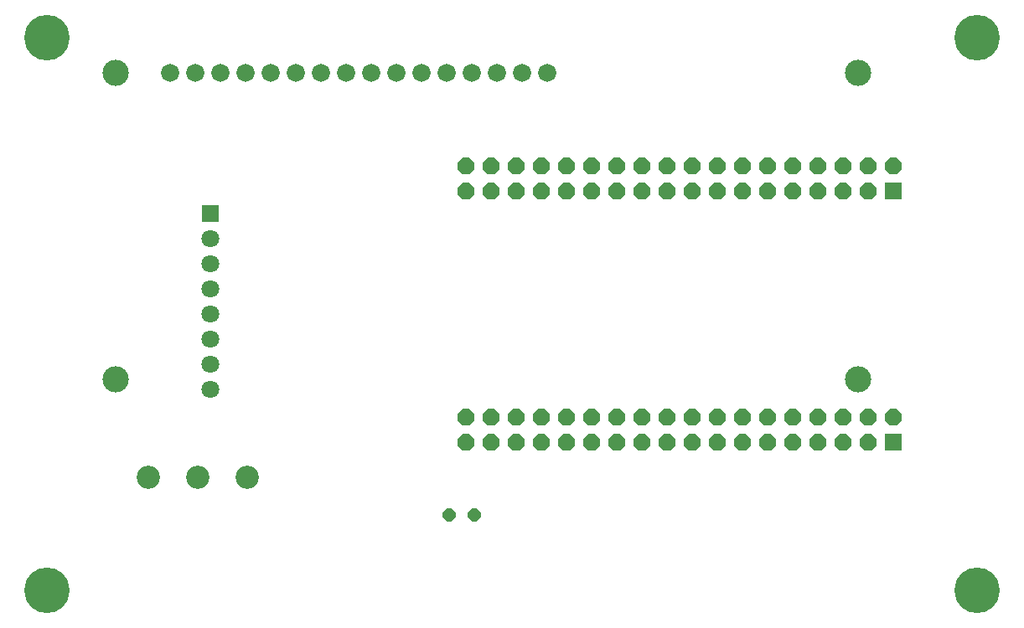
<source format=gbr>
G04 EAGLE Gerber RS-274X export*
G75*
%MOMM*%
%FSLAX34Y34*%
%LPD*%
%INSoldermask Bottom*%
%IPPOS*%
%AMOC8*
5,1,8,0,0,1.08239X$1,22.5*%
G01*
%ADD10C,1.828800*%
%ADD11C,2.652400*%
%ADD12P,1.396628X8X22.500000*%
%ADD13C,4.597400*%
%ADD14C,2.336800*%
%ADD15R,1.676400X1.676400*%
%ADD16P,1.814519X8X202.500000*%
%ADD17C,1.803400*%
%ADD18R,1.803400X1.803400*%


D10*
X162600Y561400D03*
X188000Y561400D03*
X213400Y561400D03*
X238800Y561400D03*
X264200Y561400D03*
X289600Y561400D03*
X315000Y561400D03*
X340400Y561400D03*
X365800Y561400D03*
X391200Y561400D03*
X416600Y561400D03*
X442000Y561400D03*
X467400Y561400D03*
X492800Y561400D03*
X518200Y561400D03*
X543600Y561400D03*
D11*
X107600Y251400D03*
X857600Y251400D03*
X107600Y561400D03*
X857600Y561400D03*
D12*
X444500Y114300D03*
X469900Y114300D03*
D13*
X38100Y38100D03*
X38100Y596900D03*
X977900Y596900D03*
X977900Y38100D03*
D14*
X140500Y152400D03*
X190500Y152400D03*
X240500Y152400D03*
D15*
X893400Y187700D03*
D16*
X893400Y213100D03*
X868000Y187700D03*
X868000Y213100D03*
X842600Y187700D03*
X842600Y213100D03*
X817200Y187700D03*
X817200Y213100D03*
X791800Y187700D03*
X791800Y213100D03*
X766400Y187700D03*
X766400Y213100D03*
X741000Y187700D03*
X741000Y213100D03*
X715600Y187700D03*
X715600Y213100D03*
X690200Y187700D03*
X690200Y213100D03*
X664800Y187700D03*
X664800Y213100D03*
X639400Y187700D03*
X639400Y213100D03*
X614000Y187700D03*
X614000Y213100D03*
X588600Y187700D03*
X588600Y213100D03*
X563200Y187700D03*
X563200Y213100D03*
X537800Y187700D03*
X537800Y213100D03*
X512400Y187700D03*
X512400Y213100D03*
X487000Y187700D03*
X487000Y213100D03*
X461600Y187700D03*
X461600Y213100D03*
D15*
X893400Y441700D03*
D16*
X893400Y467100D03*
X868000Y441700D03*
X868000Y467100D03*
X842600Y441700D03*
X842600Y467100D03*
X817200Y441700D03*
X817200Y467100D03*
X791800Y441700D03*
X791800Y467100D03*
X766400Y441700D03*
X766400Y467100D03*
X741000Y441700D03*
X741000Y467100D03*
X715600Y441700D03*
X715600Y467100D03*
X690200Y441700D03*
X690200Y467100D03*
X664800Y441700D03*
X664800Y467100D03*
X639400Y441700D03*
X639400Y467100D03*
X614000Y441700D03*
X614000Y467100D03*
X588600Y441700D03*
X588600Y467100D03*
X563200Y441700D03*
X563200Y467100D03*
X537800Y441700D03*
X537800Y467100D03*
X512400Y441700D03*
X512400Y467100D03*
X487000Y441700D03*
X487000Y467100D03*
X461600Y441700D03*
X461600Y467100D03*
D17*
X203200Y266700D03*
X203200Y241300D03*
D18*
X203200Y419100D03*
D17*
X203200Y393700D03*
X203200Y368300D03*
X203200Y317500D03*
X203200Y292100D03*
X203200Y342900D03*
M02*

</source>
